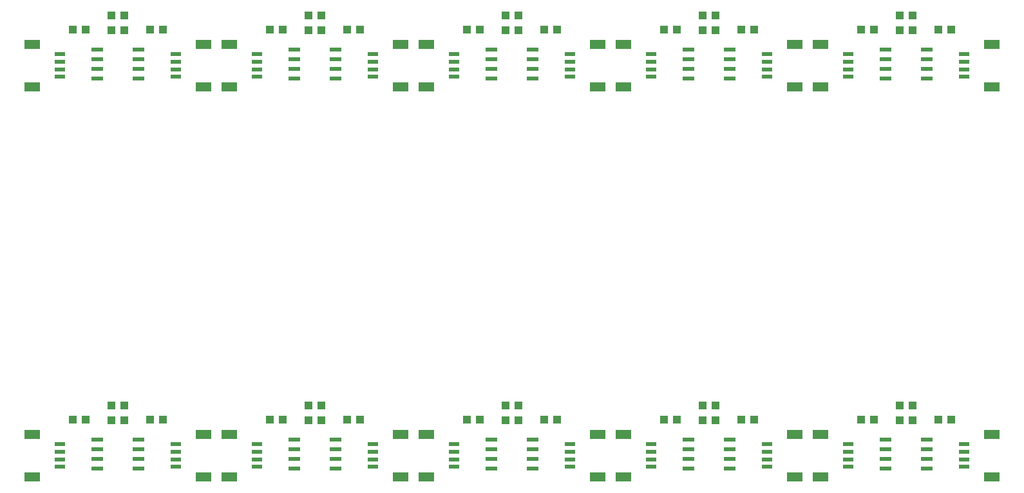
<source format=gtp>
G04 #@! TF.FileFunction,Paste,Top*
%FSLAX46Y46*%
G04 Gerber Fmt 4.6, Leading zero omitted, Abs format (unit mm)*
G04 Created by KiCad (PCBNEW 4.0.6) date 01/19/18 11:08:58*
%MOMM*%
%LPD*%
G01*
G04 APERTURE LIST*
%ADD10C,0.100000*%
%ADD11R,1.099820X0.998220*%
%ADD12R,2.000000X1.200000*%
%ADD13R,1.350000X0.600000*%
%ADD14R,1.550000X0.600000*%
G04 APERTURE END LIST*
D10*
D11*
X191856360Y-107238800D03*
X190159640Y-107238800D03*
X165948360Y-107238800D03*
X164251640Y-107238800D03*
X140040360Y-107238800D03*
X138343640Y-107238800D03*
X114132360Y-107238800D03*
X112435640Y-107238800D03*
X88224360Y-107238800D03*
X86527640Y-107238800D03*
X191856360Y-55930800D03*
X190159640Y-55930800D03*
X165948360Y-55930800D03*
X164251640Y-55930800D03*
X140040360Y-55930800D03*
X138343640Y-55930800D03*
X114132360Y-55930800D03*
X112435640Y-55930800D03*
X190159640Y-109169200D03*
X191856360Y-109169200D03*
X164251640Y-109169200D03*
X165948360Y-109169200D03*
X138343640Y-109169200D03*
X140040360Y-109169200D03*
X112435640Y-109169200D03*
X114132360Y-109169200D03*
X86527640Y-109169200D03*
X88224360Y-109169200D03*
X190159640Y-57861200D03*
X191856360Y-57861200D03*
X164251640Y-57861200D03*
X165948360Y-57861200D03*
X138343640Y-57861200D03*
X140040360Y-57861200D03*
X112435640Y-57861200D03*
X114132360Y-57861200D03*
D12*
X202303000Y-116592000D03*
X202303000Y-110992000D03*
D13*
X198628000Y-115292000D03*
X198628000Y-114292000D03*
X198628000Y-113292000D03*
X198628000Y-112292000D03*
D12*
X176395000Y-116592000D03*
X176395000Y-110992000D03*
D13*
X172720000Y-115292000D03*
X172720000Y-114292000D03*
X172720000Y-113292000D03*
X172720000Y-112292000D03*
D12*
X150487000Y-116592000D03*
X150487000Y-110992000D03*
D13*
X146812000Y-115292000D03*
X146812000Y-114292000D03*
X146812000Y-113292000D03*
X146812000Y-112292000D03*
D12*
X124579000Y-116592000D03*
X124579000Y-110992000D03*
D13*
X120904000Y-115292000D03*
X120904000Y-114292000D03*
X120904000Y-113292000D03*
X120904000Y-112292000D03*
D12*
X98671000Y-116592000D03*
X98671000Y-110992000D03*
D13*
X94996000Y-115292000D03*
X94996000Y-114292000D03*
X94996000Y-113292000D03*
X94996000Y-112292000D03*
D12*
X202303000Y-65284000D03*
X202303000Y-59684000D03*
D13*
X198628000Y-63984000D03*
X198628000Y-62984000D03*
X198628000Y-61984000D03*
X198628000Y-60984000D03*
D12*
X176395000Y-65284000D03*
X176395000Y-59684000D03*
D13*
X172720000Y-63984000D03*
X172720000Y-62984000D03*
X172720000Y-61984000D03*
X172720000Y-60984000D03*
D12*
X150487000Y-65284000D03*
X150487000Y-59684000D03*
D13*
X146812000Y-63984000D03*
X146812000Y-62984000D03*
X146812000Y-61984000D03*
X146812000Y-60984000D03*
D12*
X124579000Y-65284000D03*
X124579000Y-59684000D03*
D13*
X120904000Y-63984000D03*
X120904000Y-62984000D03*
X120904000Y-61984000D03*
X120904000Y-60984000D03*
D11*
X195239640Y-109118400D03*
X196936360Y-109118400D03*
X169331640Y-109118400D03*
X171028360Y-109118400D03*
X143423640Y-109118400D03*
X145120360Y-109118400D03*
X117515640Y-109118400D03*
X119212360Y-109118400D03*
X91607640Y-109118400D03*
X93304360Y-109118400D03*
X195239640Y-57810400D03*
X196936360Y-57810400D03*
X169331640Y-57810400D03*
X171028360Y-57810400D03*
X143423640Y-57810400D03*
X145120360Y-57810400D03*
X117515640Y-57810400D03*
X119212360Y-57810400D03*
D14*
X188333400Y-111721900D03*
X188333400Y-112991900D03*
X188333400Y-114261900D03*
X188333400Y-115531900D03*
X193733400Y-115531900D03*
X193733400Y-114261900D03*
X193733400Y-112991900D03*
X193733400Y-111721900D03*
X162425400Y-111721900D03*
X162425400Y-112991900D03*
X162425400Y-114261900D03*
X162425400Y-115531900D03*
X167825400Y-115531900D03*
X167825400Y-114261900D03*
X167825400Y-112991900D03*
X167825400Y-111721900D03*
X136517400Y-111721900D03*
X136517400Y-112991900D03*
X136517400Y-114261900D03*
X136517400Y-115531900D03*
X141917400Y-115531900D03*
X141917400Y-114261900D03*
X141917400Y-112991900D03*
X141917400Y-111721900D03*
X110609400Y-111721900D03*
X110609400Y-112991900D03*
X110609400Y-114261900D03*
X110609400Y-115531900D03*
X116009400Y-115531900D03*
X116009400Y-114261900D03*
X116009400Y-112991900D03*
X116009400Y-111721900D03*
X84701400Y-111721900D03*
X84701400Y-112991900D03*
X84701400Y-114261900D03*
X84701400Y-115531900D03*
X90101400Y-115531900D03*
X90101400Y-114261900D03*
X90101400Y-112991900D03*
X90101400Y-111721900D03*
X188333400Y-60413900D03*
X188333400Y-61683900D03*
X188333400Y-62953900D03*
X188333400Y-64223900D03*
X193733400Y-64223900D03*
X193733400Y-62953900D03*
X193733400Y-61683900D03*
X193733400Y-60413900D03*
X162425400Y-60413900D03*
X162425400Y-61683900D03*
X162425400Y-62953900D03*
X162425400Y-64223900D03*
X167825400Y-64223900D03*
X167825400Y-62953900D03*
X167825400Y-61683900D03*
X167825400Y-60413900D03*
X136517400Y-60413900D03*
X136517400Y-61683900D03*
X136517400Y-62953900D03*
X136517400Y-64223900D03*
X141917400Y-64223900D03*
X141917400Y-62953900D03*
X141917400Y-61683900D03*
X141917400Y-60413900D03*
X110609400Y-60413900D03*
X110609400Y-61683900D03*
X110609400Y-62953900D03*
X110609400Y-64223900D03*
X116009400Y-64223900D03*
X116009400Y-62953900D03*
X116009400Y-61683900D03*
X116009400Y-60413900D03*
D11*
X185079640Y-109118400D03*
X186776360Y-109118400D03*
X159171640Y-109118400D03*
X160868360Y-109118400D03*
X133263640Y-109118400D03*
X134960360Y-109118400D03*
X107355640Y-109118400D03*
X109052360Y-109118400D03*
X81447640Y-109118400D03*
X83144360Y-109118400D03*
X185079640Y-57810400D03*
X186776360Y-57810400D03*
X159171640Y-57810400D03*
X160868360Y-57810400D03*
X133263640Y-57810400D03*
X134960360Y-57810400D03*
X107355640Y-57810400D03*
X109052360Y-57810400D03*
D12*
X179713000Y-110992000D03*
X179713000Y-116592000D03*
D13*
X183388000Y-112292000D03*
X183388000Y-113292000D03*
X183388000Y-114292000D03*
X183388000Y-115292000D03*
D12*
X153805000Y-110992000D03*
X153805000Y-116592000D03*
D13*
X157480000Y-112292000D03*
X157480000Y-113292000D03*
X157480000Y-114292000D03*
X157480000Y-115292000D03*
D12*
X127897000Y-110992000D03*
X127897000Y-116592000D03*
D13*
X131572000Y-112292000D03*
X131572000Y-113292000D03*
X131572000Y-114292000D03*
X131572000Y-115292000D03*
D12*
X101989000Y-110992000D03*
X101989000Y-116592000D03*
D13*
X105664000Y-112292000D03*
X105664000Y-113292000D03*
X105664000Y-114292000D03*
X105664000Y-115292000D03*
D12*
X76081000Y-110992000D03*
X76081000Y-116592000D03*
D13*
X79756000Y-112292000D03*
X79756000Y-113292000D03*
X79756000Y-114292000D03*
X79756000Y-115292000D03*
D12*
X179713000Y-59684000D03*
X179713000Y-65284000D03*
D13*
X183388000Y-60984000D03*
X183388000Y-61984000D03*
X183388000Y-62984000D03*
X183388000Y-63984000D03*
D12*
X153805000Y-59684000D03*
X153805000Y-65284000D03*
D13*
X157480000Y-60984000D03*
X157480000Y-61984000D03*
X157480000Y-62984000D03*
X157480000Y-63984000D03*
D12*
X127897000Y-59684000D03*
X127897000Y-65284000D03*
D13*
X131572000Y-60984000D03*
X131572000Y-61984000D03*
X131572000Y-62984000D03*
X131572000Y-63984000D03*
D12*
X101989000Y-59684000D03*
X101989000Y-65284000D03*
D13*
X105664000Y-60984000D03*
X105664000Y-61984000D03*
X105664000Y-62984000D03*
X105664000Y-63984000D03*
D11*
X88224360Y-55930800D03*
X86527640Y-55930800D03*
D12*
X98671000Y-65284000D03*
X98671000Y-59684000D03*
D13*
X94996000Y-63984000D03*
X94996000Y-62984000D03*
X94996000Y-61984000D03*
X94996000Y-60984000D03*
D12*
X76081000Y-59684000D03*
X76081000Y-65284000D03*
D13*
X79756000Y-60984000D03*
X79756000Y-61984000D03*
X79756000Y-62984000D03*
X79756000Y-63984000D03*
D11*
X91607640Y-57810400D03*
X93304360Y-57810400D03*
X81447640Y-57810400D03*
X83144360Y-57810400D03*
X86527640Y-57861200D03*
X88224360Y-57861200D03*
D14*
X84701400Y-60413900D03*
X84701400Y-61683900D03*
X84701400Y-62953900D03*
X84701400Y-64223900D03*
X90101400Y-64223900D03*
X90101400Y-62953900D03*
X90101400Y-61683900D03*
X90101400Y-60413900D03*
M02*

</source>
